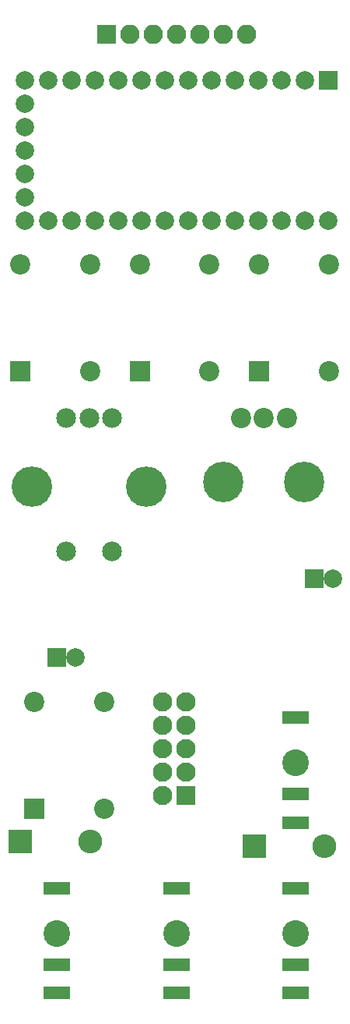
<source format=gbr>
G04 #@! TF.FileFunction,Soldermask,Bot*
%FSLAX46Y46*%
G04 Gerber Fmt 4.6, Leading zero omitted, Abs format (unit mm)*
G04 Created by KiCad (PCBNEW 4.0.7) date 07/15/18 23:17:43*
%MOMM*%
%LPD*%
G01*
G04 APERTURE LIST*
%ADD10C,0.100000*%
%ADD11R,2.100000X2.100000*%
%ADD12O,2.100000X2.100000*%
%ADD13C,2.200000*%
%ADD14R,2.200000X2.200000*%
%ADD15C,2.100000*%
%ADD16C,2.150000*%
%ADD17O,4.400000X4.400000*%
%ADD18C,2.000000*%
%ADD19R,2.000000X2.000000*%
%ADD20C,4.400000*%
%ADD21R,2.600000X2.600000*%
%ADD22O,2.600000X2.600000*%
%ADD23R,2.900000X1.400000*%
%ADD24C,2.900000*%
G04 APERTURE END LIST*
D10*
D11*
X115380000Y-52380000D03*
D12*
X117920000Y-52380000D03*
X120460000Y-52380000D03*
X123000000Y-52380000D03*
X125540000Y-52380000D03*
X128080000Y-52380000D03*
X130620000Y-52380000D03*
D13*
X115100000Y-136500000D03*
X115100000Y-124900000D03*
D14*
X107500000Y-136500000D03*
D13*
X107500000Y-124900000D03*
X126600000Y-89000000D03*
X126600000Y-77400000D03*
D14*
X119000000Y-89000000D03*
D13*
X119000000Y-77400000D03*
X139600000Y-89000000D03*
X139600000Y-77400000D03*
D14*
X132000000Y-89000000D03*
D13*
X132000000Y-77400000D03*
X113600000Y-89000000D03*
X113600000Y-77400000D03*
D14*
X106000000Y-89000000D03*
D13*
X106000000Y-77400000D03*
D11*
X124000000Y-135000000D03*
D15*
X121460000Y-135000000D03*
X124000000Y-132460000D03*
X121460000Y-132460000D03*
X124000000Y-129920000D03*
X121460000Y-129920000D03*
X124000000Y-127380000D03*
X121460000Y-127380000D03*
X124000000Y-124840000D03*
X121460000Y-124840000D03*
D16*
X111000000Y-94000000D03*
X116000000Y-94000000D03*
X113500000Y-94000000D03*
X116000000Y-108500000D03*
X111000000Y-108500000D03*
D17*
X119700000Y-101500000D03*
X107300000Y-101500000D03*
D18*
X106490000Y-65000000D03*
X106490000Y-67540000D03*
X106490000Y-70080000D03*
X106490000Y-72620000D03*
X106490000Y-62460000D03*
X106490000Y-59920000D03*
X106490000Y-57380000D03*
X109030000Y-72620000D03*
X111570000Y-72620000D03*
X114110000Y-72620000D03*
X116650000Y-72620000D03*
X119190000Y-72620000D03*
X121730000Y-72620000D03*
X124270000Y-72620000D03*
X126810000Y-72620000D03*
X129350000Y-72620000D03*
X131890000Y-72620000D03*
X134430000Y-72620000D03*
X136970000Y-72620000D03*
X139510000Y-72620000D03*
X109030000Y-57380000D03*
X111570000Y-57380000D03*
X114110000Y-57380000D03*
X116650000Y-57380000D03*
X119190000Y-57380000D03*
X121730000Y-57380000D03*
X124270000Y-57380000D03*
X126810000Y-57380000D03*
X129350000Y-57380000D03*
X131890000Y-57380000D03*
X134430000Y-57380000D03*
X136970000Y-57380000D03*
D19*
X139510000Y-57380000D03*
D13*
X130000000Y-94000000D03*
X132500000Y-94000000D03*
X135000000Y-94000000D03*
D20*
X128100000Y-101000000D03*
X136900000Y-101000000D03*
D21*
X131500000Y-140500000D03*
D22*
X139120000Y-140500000D03*
D21*
X106000000Y-140000000D03*
D22*
X113620000Y-140000000D03*
D19*
X138000000Y-111500000D03*
D18*
X140000000Y-111500000D03*
D19*
X110000000Y-120000000D03*
D18*
X112000000Y-120000000D03*
D23*
X136000000Y-145080000D03*
X136000000Y-153380000D03*
X136000000Y-156480000D03*
D24*
X136000000Y-150000000D03*
D23*
X110000000Y-145080000D03*
X110000000Y-153380000D03*
X110000000Y-156480000D03*
D24*
X110000000Y-150000000D03*
D23*
X136000000Y-126580000D03*
X136000000Y-134880000D03*
X136000000Y-137980000D03*
D24*
X136000000Y-131500000D03*
D23*
X123000000Y-145080000D03*
X123000000Y-153380000D03*
X123000000Y-156480000D03*
D24*
X123000000Y-150000000D03*
M02*

</source>
